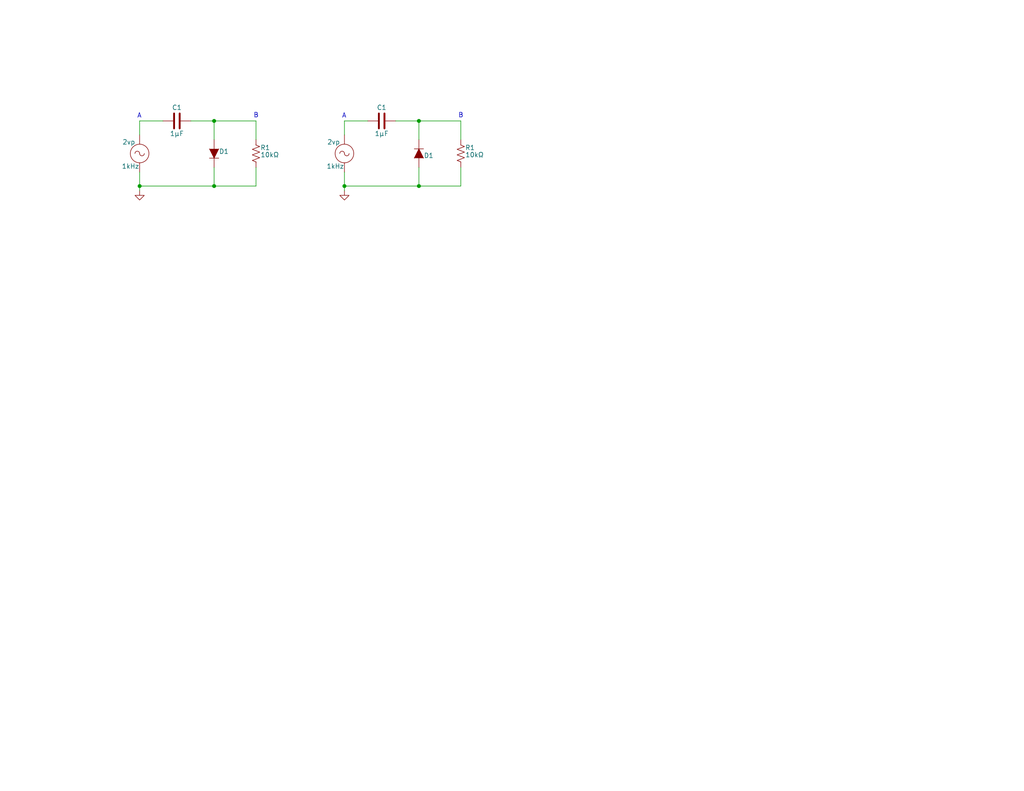
<source format=kicad_sch>
(kicad_sch (version 20211123) (generator eeschema)
  (paper "A")
  (title_block (title "Clampers"))
  (lib_symbols
    (symbol "S2020-rescue:C-00TJR" (pin_numbers hide) (pin_names (offset 0.254))
      (property "Reference" "C" (at 0.635 2.54 0))
      (property "Value" "C-00TJR" (at 0.635 -2.54 0))
      (symbol "C-00TJR_0_1"
        (polyline (pts (xy -2.032 -0.762) (xy 2.032 -0.762)) (stroke (width 0.508)))
        (polyline (pts (xy -2.032 0.762) (xy 2.032 0.762)) (stroke (width 0.508)))
      )
      (symbol "C-00TJR_1_1"
        (pin passive line (at 0 3.81 270) (length 2.794) (name "~") (number "1"))
        (pin passive line (at 0 -3.81 90) (length 2.794) (name "~") (number "2"))
      )
    )
    (symbol "S2020-rescue:D-00TJR" (pin_numbers hide) (pin_names (offset 1.016) hide)
      (property "Reference" "D" (at 0 2.54 0))
      (property "Value" "D-00TJR" (at 0 -2.54 0))
      (symbol "D-00TJR_0_1"
        (polyline (pts (xy -1.27 1.27) (xy -1.27 -1.27)) (stroke (width 0.1524)))
        (polyline (pts (xy 1.27 1.27) (xy -1.27 0) (xy 1.27 -1.27)) (fill (type outline)))
      )
      (symbol "D-00TJR_1_1"
        (pin passive line (at -3.81 0 0) (length 2.54) (name "K") (number "1"))
        (pin passive line (at 3.81 0 180) (length 2.54) (name "A") (number "2"))
      )
    )
    (symbol "S2020-rescue:GND-00TJR" (power) (pin_names (offset 0))
      (property "Value" "GND-00TJR" (at 0 -3.81 0))
      (symbol "GND-00TJR_0_1"
        (polyline (pts (xy 0 0) (xy 0 -1.27) (xy 1.27 -1.27) (xy 0 -2.54) (xy -1.27 -1.27) (xy 0 -1.27)))
      )
      (symbol "GND-00TJR_1_1"
        (pin power_in line (at 0 0 270) (length 0) hide (name "GND") (number "1"))
      )
    )
    (symbol "S2020-rescue:R_US-Device" (pin_numbers hide) (pin_names (offset 0))
      (property "Reference" "R" (at 2.54 0 90))
      (property "Value" "R_US-Device" (at -2.54 0 90))
      (symbol "R_US-Device_0_1"
        (polyline (pts (xy 0 -2.286) (xy 0 -2.54)))
        (polyline (pts (xy 0 2.286) (xy 0 2.54)))
        (polyline (pts (xy 0 -0.762) (xy 1.016 -1.143) (xy 0 -1.524) (xy -1.016 -1.905) (xy 0 -2.286)))
        (polyline (pts (xy 0 0.762) (xy 1.016 0.381) (xy 0 0) (xy -1.016 -0.381) (xy 0 -0.762)))
        (polyline (pts (xy 0 2.286) (xy 1.016 1.905) (xy 0 1.524) (xy -1.016 1.143) (xy 0 0.762)))
      )
      (symbol "R_US-Device_1_1"
        (pin passive line (at 0 3.81 270) (length 1.27) (name "~") (number "1"))
        (pin passive line (at 0 -3.81 90) (length 1.27) (name "~") (number "2"))
      )
    )
    (symbol "S2020-rescue:Vgen-00TJR" (pin_numbers hide) (pin_names (offset 0))
      (property "Reference" "G" (at -4.8768 1.3462 0))
      (property "Value" "Vgen-00TJR" (at -4.8514 3.429 0))
      (symbol "Vgen-00TJR_0_1"
        (arc (start 0 0) (mid -0.635 0.635) (end -1.27 0))
        (arc (start 0 0) (mid 0.635 -0.635) (end 1.27 0))
        (circle (center 0 0) (radius 2.54))
      )
      (symbol "Vgen-00TJR_1_1"
        (pin passive line (at 0 5.08 270) (length 2.54) (name "~") (number "1"))
        (pin passive line (at 0 -5.08 90) (length 2.54) (name "~") (number "2"))
      )
    )
  )
  (junction (at 38.1 50.8))
  (junction (at 93.98 50.8))
  (junction (at 114.3 50.8))
  (junction (at 58.42 33.02))
  (junction (at 114.3 33.02))
  (junction (at 58.42 50.8))
  (wire (pts (xy 114.3 38.1) (xy 114.3 33.02)))
  (wire (pts (xy 52.07 33.02) (xy 58.42 33.02)))
  (wire (pts (xy 107.95 33.02) (xy 114.3 33.02)))
  (wire (pts (xy 125.73 50.8) (xy 114.3 50.8)))
  (wire (pts (xy 58.42 45.72) (xy 58.42 50.8)))
  (wire (pts (xy 58.42 38.1) (xy 58.42 33.02)))
  (wire (pts (xy 114.3 33.02) (xy 125.73 33.02)))
  (wire (pts (xy 125.73 45.72) (xy 125.73 50.8)))
  (wire (pts (xy 93.98 36.83) (xy 93.98 33.02)))
  (wire (pts (xy 58.42 50.8) (xy 38.1 50.8)))
  (wire (pts (xy 93.98 33.02) (xy 100.33 33.02)))
  (wire (pts (xy 38.1 33.02) (xy 44.45 33.02)))
  (wire (pts (xy 114.3 45.72) (xy 114.3 50.8)))
  (wire (pts (xy 114.3 50.8) (xy 93.98 50.8)))
  (wire (pts (xy 69.85 45.72) (xy 69.85 50.8)))
  (wire (pts (xy 69.85 33.02) (xy 69.85 38.1)))
  (wire (pts (xy 38.1 52.07) (xy 38.1 50.8)))
  (wire (pts (xy 69.85 50.8) (xy 58.42 50.8)))
  (wire (pts (xy 93.98 52.07) (xy 93.98 50.8)))
  (wire (pts (xy 38.1 36.83) (xy 38.1 33.02)))
  (wire (pts (xy 125.73 33.02) (xy 125.73 38.1)))
  (wire (pts (xy 58.42 33.02) (xy 69.85 33.02)))
  (wire (pts (xy 93.98 50.8) (xy 93.98 46.99)))
  (wire (pts (xy 38.1 50.8) (xy 38.1 46.99)))
  (text "B" (at 69.1388 32.3342 0) (effects (font (size 1.27 1.27)) (justify left bottom)))
  (text "A" (at 93.2688 32.4358 0) (effects (font (size 1.27 1.27)) (justify left bottom)))
  (text "A" (at 37.3888 32.4358 0) (effects (font (size 1.27 1.27)) (justify left bottom)))
  (text "B" (at 125.0188 32.3342 0) (effects (font (size 1.27 1.27)) (justify left bottom)))
  (symbol (lib_id "S2020-rescue:C-00TJR") (at 48.26 33.02 270) (unit 1)
    (property "Reference" "C1" (at 48.26 29.3624 90))
    (property "Value" "1µF" (at 48.26 36.4744 90))
  )
  (symbol (lib_id "S2020-rescue:R_US-Device") (at 69.85 41.91 0) (unit 1)
    (property "Reference" "R1" (at 71.0184 40.3098 0) (effects (justify left)))
    (property "Value" "10kΩ" (at 71.0438 42.2656 0) (effects (justify left)))
  )
  (symbol (lib_id "S2020-rescue:D-00TJR") (at 58.42 41.91 90) (unit 1)
    (property "Reference" "D1" (at 59.7408 41.3512 90) (effects (justify right)))
    (property "Value" "D" (effects hide))
  )
  (symbol (lib_id "S2020-rescue:Vgen-00TJR") (at 38.1 41.91 0) (unit 1)
    (property "Reference" "2vp" (at 33.3756 38.7858 0) (effects (justify left)))
    (property "Value" "1kHz" (at 33.1978 45.3898 0) (effects (justify left)))
  )
  (symbol (lib_id "S2020-rescue:GND-00TJR") (at 38.1 52.07 0) (unit 1)
    (property "Reference" "#PWR?" (effects hide))
    (property "Value" "GND" (effects hide))
  )
  (symbol (lib_id "S2020-rescue:C-00TJR") (at 104.14 33.02 270) (unit 1)
    (property "Reference" "C1" (at 104.14 29.3624 90))
    (property "Value" "1µF" (at 104.14 36.4744 90))
  )
  (symbol (lib_id "S2020-rescue:R_US-Device") (at 125.73 41.91 0) (unit 1)
    (property "Reference" "R1" (at 126.8984 40.3098 0) (effects (justify left)))
    (property "Value" "10kΩ" (at 126.9238 42.2656 0) (effects (justify left)))
  )
  (symbol (lib_id "S2020-rescue:D-00TJR") (at 114.3 41.91 90) (mirror x) (unit 1)
    (property "Reference" "D1" (at 115.6208 42.4688 90) (effects (justify right)))
    (property "Value" "D" (effects hide))
  )
  (symbol (lib_id "S2020-rescue:Vgen-00TJR") (at 93.98 41.91 0) (unit 1)
    (property "Reference" "2vp" (at 89.2556 38.7858 0) (effects (justify left)))
    (property "Value" "1kHz" (at 89.0778 45.3898 0) (effects (justify left)))
  )
  (symbol (lib_id "S2020-rescue:GND-00TJR") (at 93.98 52.07 0) (unit 1)
    (property "Reference" "#PWR?" (effects hide))
    (property "Value" "GND" (effects hide))
  )
)
</source>
